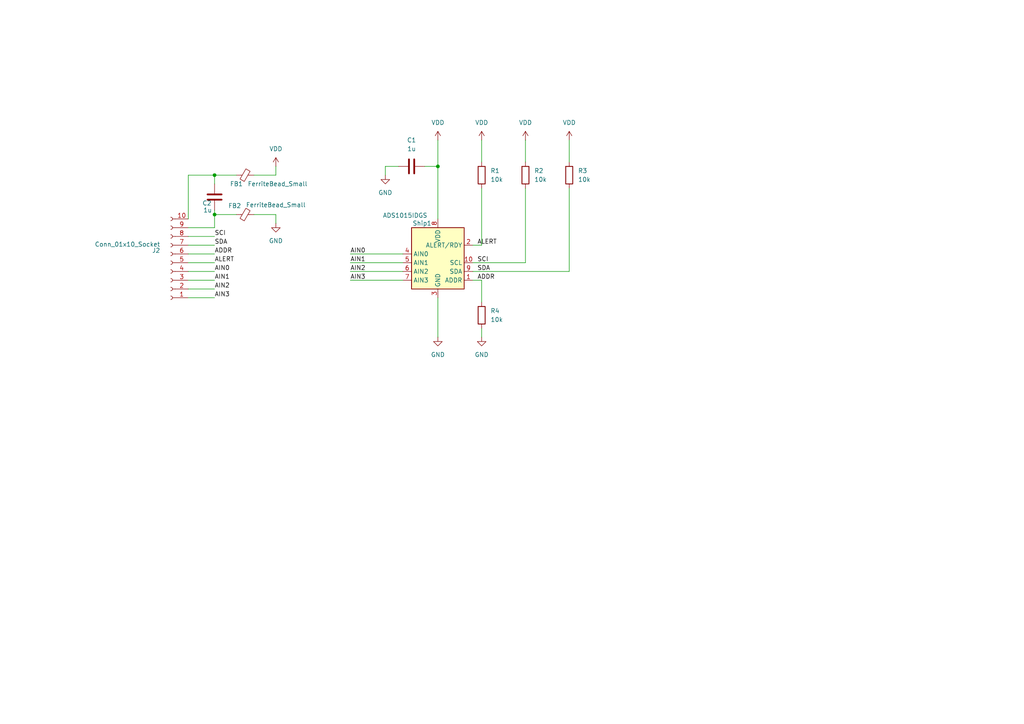
<source format=kicad_sch>
(kicad_sch (version 20231120) (generator "eeschema") (generator_version "8.0")
  (paper "A4")
  (lib_symbols
    (symbol "Analog_ADC:ADS1015IDGS"
      (property "Reference" "U" (at 2.54 13.97 0))
      (property "Value" "ADS1015IDGS" (at 7.62 11.43 0))
      (symbol "ADS1015IDGS_0_1"
        (rectangle (start -7.62 10.16) (end 7.62 -7.62) (stroke (width 0.254)) (fill (type background)))
      )
      (symbol "ADS1015IDGS_1_1"
        (pin input line (at 10.16 -5.08 180) (length 2.54) (name "ADDR") (number "1"))
        (pin input line (at 10.16 0 180) (length 2.54) (name "SCL") (number "10"))
        (pin output line (at 10.16 5.08 180) (length 2.54) (name "ALERT/RDY") (number "2"))
        (pin power_in line (at 0 -10.16 90) (length 2.54) (name "GND") (number "3"))
        (pin input line (at -10.16 2.54 0) (length 2.54) (name "AIN0") (number "4"))
        (pin input line (at -10.16 0 0) (length 2.54) (name "AIN1") (number "5"))
        (pin input line (at -10.16 -2.54 0) (length 2.54) (name "AIN2") (number "6"))
        (pin input line (at -10.16 -5.08 0) (length 2.54) (name "AIN3") (number "7"))
        (pin power_in line (at 0 12.7 270) (length 2.54) (name "VDD") (number "8"))
        (pin bidirectional line (at 10.16 -2.54 180) (length 2.54) (name "SDA") (number "9"))
      )
    )
    (symbol "Connector:Conn_01x10_Socket" (pin_names (offset 1.016) hide)
      (property "Reference" "J" (at 0 12.7 0))
      (property "Value" "Conn_01x10_Socket" (at 0 -15.24 0))
      (symbol "Conn_01x10_Socket_1_1"
        (arc (start 0 -12.192) (mid -0.5058 -12.7) (end 0 -13.208) (stroke (width 0.1524)))
        (arc (start 0 -9.652) (mid -0.5058 -10.16) (end 0 -10.668) (stroke (width 0.1524)))
        (arc (start 0 -7.112) (mid -0.5058 -7.62) (end 0 -8.128) (stroke (width 0.1524)))
        (arc (start 0 -4.572) (mid -0.5058 -5.08) (end 0 -5.588) (stroke (width 0.1524)))
        (arc (start 0 -2.032) (mid -0.5058 -2.54) (end 0 -3.048) (stroke (width 0.1524)))
        (polyline (pts (xy -1.27 -12.7) (xy -0.508 -12.7)) (stroke (width 0.1524)))
        (polyline (pts (xy -1.27 -10.16) (xy -0.508 -10.16)) (stroke (width 0.1524)))
        (polyline (pts (xy -1.27 -7.62) (xy -0.508 -7.62)) (stroke (width 0.1524)))
        (polyline (pts (xy -1.27 -5.08) (xy -0.508 -5.08)) (stroke (width 0.1524)))
        (polyline (pts (xy -1.27 -2.54) (xy -0.508 -2.54)) (stroke (width 0.1524)))
        (polyline (pts (xy -1.27 0) (xy -0.508 0)) (stroke (width 0.1524)))
        (polyline (pts (xy -1.27 2.54) (xy -0.508 2.54)) (stroke (width 0.1524)))
        (polyline (pts (xy -1.27 5.08) (xy -0.508 5.08)) (stroke (width 0.1524)))
        (polyline (pts (xy -1.27 7.62) (xy -0.508 7.62)) (stroke (width 0.1524)))
        (polyline (pts (xy -1.27 10.16) (xy -0.508 10.16)) (stroke (width 0.1524)))
        (arc (start 0 0.508) (mid -0.5058 0) (end 0 -0.508) (stroke (width 0.1524)))
        (arc (start 0 3.048) (mid -0.5058 2.54) (end 0 2.032) (stroke (width 0.1524)))
        (arc (start 0 5.588) (mid -0.5058 5.08) (end 0 4.572) (stroke (width 0.1524)))
        (arc (start 0 8.128) (mid -0.5058 7.62) (end 0 7.112) (stroke (width 0.1524)))
        (arc (start 0 10.668) (mid -0.5058 10.16) (end 0 9.652) (stroke (width 0.1524)))
        (pin passive line (at -5.08 10.16 0) (length 3.81) (name "Pin_1") (number "1"))
        (pin passive line (at -5.08 -12.7 0) (length 3.81) (name "Pin_10") (number "10"))
        (pin passive line (at -5.08 7.62 0) (length 3.81) (name "Pin_2") (number "2"))
        (pin passive line (at -5.08 5.08 0) (length 3.81) (name "Pin_3") (number "3"))
        (pin passive line (at -5.08 2.54 0) (length 3.81) (name "Pin_4") (number "4"))
        (pin passive line (at -5.08 0 0) (length 3.81) (name "Pin_5") (number "5"))
        (pin passive line (at -5.08 -2.54 0) (length 3.81) (name "Pin_6") (number "6"))
        (pin passive line (at -5.08 -5.08 0) (length 3.81) (name "Pin_7") (number "7"))
        (pin passive line (at -5.08 -7.62 0) (length 3.81) (name "Pin_8") (number "8"))
        (pin passive line (at -5.08 -10.16 0) (length 3.81) (name "Pin_9") (number "9"))
      )
    )
    (symbol "Device:C" (pin_numbers hide) (pin_names (offset 0.254))
      (property "Reference" "C" (at 0.635 2.54 0))
      (property "Value" "C" (at 0.635 -2.54 0))
      (symbol "C_0_1"
        (polyline (pts (xy -2.032 -0.762) (xy 2.032 -0.762)) (stroke (width 0.508)))
        (polyline (pts (xy -2.032 0.762) (xy 2.032 0.762)) (stroke (width 0.508)))
      )
      (symbol "C_1_1"
        (pin passive line (at 0 3.81 270) (length 2.794) (name "~") (number "1"))
        (pin passive line (at 0 -3.81 90) (length 2.794) (name "~") (number "2"))
      )
    )
    (symbol "Device:FerriteBead_Small" (pin_numbers hide) (pin_names (offset 0))
      (property "Reference" "FB" (at 1.905 1.27 0))
      (property "Value" "FerriteBead_Small" (at 1.905 -1.27 0))
      (symbol "FerriteBead_Small_0_1"
        (polyline (pts (xy 0 -1.27) (xy 0 -0.7874)))
        (polyline (pts (xy 0 0.889) (xy 0 1.2954)))
        (polyline (pts (xy -1.8288 0.2794) (xy -1.1176 1.4986) (xy 1.8288 -0.2032) (xy 1.1176 -1.4224) (xy -1.8288 0.2794)))
      )
      (symbol "FerriteBead_Small_1_1"
        (pin passive line (at 0 2.54 270) (length 1.27) (name "~") (number "1"))
        (pin passive line (at 0 -2.54 90) (length 1.27) (name "~") (number "2"))
      )
    )
    (symbol "Device:R" (pin_numbers hide) (pin_names (offset 0))
      (property "Reference" "R" (at 2.032 0 90))
      (property "Value" "R" (at 0 0 90))
      (symbol "R_0_1"
        (rectangle (start -1.016 -2.54) (end 1.016 2.54) (stroke (width 0.254)))
      )
      (symbol "R_1_1"
        (pin passive line (at 0 3.81 270) (length 1.27) (name "~") (number "1"))
        (pin passive line (at 0 -3.81 90) (length 1.27) (name "~") (number "2"))
      )
    )
    (symbol "power:GND" (power) (pin_numbers hide) (pin_names (offset 0) hide)
      (property "Value" "GND" (at 0 -3.81 0))
      (symbol "GND_0_1"
        (polyline (pts (xy 0 0) (xy 0 -1.27) (xy 1.27 -1.27) (xy 0 -2.54) (xy -1.27 -1.27) (xy 0 -1.27)))
      )
      (symbol "GND_1_1"
        (pin power_in line (at 0 0 270) (length 0) (name "~") (number "1"))
      )
    )
    (symbol "power:VDD" (power) (pin_numbers hide) (pin_names (offset 0) hide)
      (property "Value" "VDD" (at 0 3.556 0))
      (symbol "VDD_0_1"
        (polyline (pts (xy -0.762 1.27) (xy 0 2.54)))
        (polyline (pts (xy 0 0) (xy 0 2.54)))
        (polyline (pts (xy 0 2.54) (xy 0.762 1.27)))
      )
      (symbol "VDD_1_1"
        (pin power_in line (at 0 0 90) (length 0) (name "~") (number "1"))
      )
    )
  )
  (junction (at 127 48.26))
  (junction (at 62.23 62.23))
  (junction (at 62.23 50.8))
  (wire (pts (xy 111.76 48.26) (xy 111.76 50.8)))
  (wire (pts (xy 137.16 71.12) (xy 139.7 71.12)))
  (wire (pts (xy 73.66 50.8) (xy 80.01 50.8)))
  (wire (pts (xy 54.61 68.58) (xy 62.23 68.58)))
  (wire (pts (xy 152.4 76.2) (xy 152.4 54.61)))
  (wire (pts (xy 127 48.26) (xy 127 63.5)))
  (wire (pts (xy 54.61 71.12) (xy 62.23 71.12)))
  (wire (pts (xy 139.7 95.25) (xy 139.7 97.79)))
  (wire (pts (xy 101.6 78.74) (xy 116.84 78.74)))
  (wire (pts (xy 54.61 78.74) (xy 62.23 78.74)))
  (wire (pts (xy 137.16 81.28) (xy 139.7 81.28)))
  (wire (pts (xy 115.57 48.26) (xy 111.76 48.26)))
  (wire (pts (xy 54.61 83.82) (xy 62.23 83.82)))
  (wire (pts (xy 101.6 73.66) (xy 116.84 73.66)))
  (wire (pts (xy 139.7 40.64) (xy 139.7 46.99)))
  (wire (pts (xy 139.7 81.28) (xy 139.7 87.63)))
  (wire (pts (xy 54.61 81.28) (xy 62.23 81.28)))
  (wire (pts (xy 139.7 71.12) (xy 139.7 54.61)))
  (wire (pts (xy 54.61 50.8) (xy 62.23 50.8)))
  (wire (pts (xy 62.23 62.23) (xy 68.58 62.23)))
  (wire (pts (xy 54.61 76.2) (xy 62.23 76.2)))
  (wire (pts (xy 54.61 73.66) (xy 62.23 73.66)))
  (wire (pts (xy 62.23 50.8) (xy 68.58 50.8)))
  (wire (pts (xy 54.61 86.36) (xy 62.23 86.36)))
  (wire (pts (xy 127 40.64) (xy 127 48.26)))
  (wire (pts (xy 165.1 78.74) (xy 165.1 54.61)))
  (wire (pts (xy 62.23 50.8) (xy 62.23 53.34)))
  (wire (pts (xy 137.16 76.2) (xy 152.4 76.2)))
  (wire (pts (xy 101.6 76.2) (xy 116.84 76.2)))
  (wire (pts (xy 101.6 81.28) (xy 116.84 81.28)))
  (wire (pts (xy 123.19 48.26) (xy 127 48.26)))
  (wire (pts (xy 62.23 66.04) (xy 62.23 62.23)))
  (wire (pts (xy 152.4 40.64) (xy 152.4 46.99)))
  (wire (pts (xy 54.61 66.04) (xy 62.23 66.04)))
  (wire (pts (xy 127 86.36) (xy 127 97.79)))
  (wire (pts (xy 73.66 62.23) (xy 80.01 62.23)))
  (wire (pts (xy 80.01 62.23) (xy 80.01 64.77)))
  (wire (pts (xy 80.01 50.8) (xy 80.01 48.26)))
  (wire (pts (xy 62.23 60.96) (xy 62.23 62.23)))
  (wire (pts (xy 137.16 78.74) (xy 165.1 78.74)))
  (wire (pts (xy 165.1 40.64) (xy 165.1 46.99)))
  (wire (pts (xy 54.61 63.5) (xy 54.61 50.8)))
  (label "SDA" (at 138.43 78.74 0))
  (label "ALERT" (at 138.43 71.12 0))
  (label "ALERT" (at 62.23 76.2 0))
  (label "AIN2" (at 62.23 83.82 0))
  (label "AIN3" (at 101.6 81.28 0))
  (label "SDA" (at 62.23 71.12 0))
  (label "ADDR" (at 62.23 73.66 0))
  (label "AIN2" (at 101.6 78.74 0))
  (label "AIN0" (at 101.6 73.66 0))
  (label "SCI" (at 138.43 76.2 0))
  (label "AIN1" (at 101.6 76.2 0))
  (label "SCI" (at 62.23 68.58 0))
  (label "ADDR" (at 138.43 81.28 0))
  (label "AIN0" (at 62.23 78.74 0))
  (label "AIN3" (at 62.23 86.36 0))
  (label "AIN1" (at 62.23 81.28 0))
  (symbol (lib_id "power:GND") (at 111.76 50.8 0) (unit 1)
    (property "Reference" "#PWR05" (effects (hide yes)))
    (property "Value" "GND" (at 111.76 55.88 0))
    (property "Description" "Power symbol creates a global label with name \"GND\" , ground" (effects (hide yes)))
  )
  (symbol (lib_id "Device:C") (at 62.23 57.15 180) (unit 1)
    (property "Reference" "C2" (at 58.674 58.928 0) (effects (justify right)))
    (property "Value" "1u" (at 58.928 60.96 0) (effects (justify right)))
    (property "Footprint" "Capacitor_Tantalum_SMD:CP_EIA-1608-10_AVX-L" (effects (hide yes)))
    (property "Description" "Unpolarized capacitor" (effects (hide yes)))
  )
  (symbol (lib_id "Analog_ADC:ADS1015IDGS") (at 127 76.2 0) (unit 1)
    (property "Reference" "Ship1" (at 119.634 64.77 0) (effects (justify left)))
    (property "Value" "ADS1015IDGS" (at 110.998 62.484 0) (effects (justify left)))
    (property "Footprint" "Package_SO:TSSOP-10_3x3mm_P0.5mm" (effects (hide yes)))
    (property "Datasheet" "http://www.ti.com/lit/ds/symlink/ads1015.pdf" (effects (hide yes)))
    (property "Description" "Ultra-Small, Low-Power, I2C-Compatible, 3.3-kSPS, 12-Bit ADCs With Internal Reference, Oscillator, and Programmable Comparator, VSSOP-10" (effects (hide yes)))
  )
  (symbol (lib_id "Device:C") (at 119.38 48.26 90) (unit 1)
    (property "Reference" "C1" (at 119.38 40.64 90))
    (property "Value" "1u" (at 119.38 43.18 90))
    (property "Footprint" "Capacitor_Tantalum_SMD:CP_EIA-1608-10_AVX-L" (effects (hide yes)))
    (property "Description" "Unpolarized capacitor" (effects (hide yes)))
  )
  (symbol (lib_id "power:GND") (at 127 97.79 0) (unit 1)
    (property "Reference" "#PWR06" (effects (hide yes)))
    (property "Value" "GND" (at 127 102.87 0))
    (property "Description" "Power symbol creates a global label with name \"GND\" , ground" (effects (hide yes)))
  )
  (symbol (lib_id "power:VDD") (at 152.4 40.64 0) (unit 1)
    (property "Reference" "#PWR03" (effects (hide yes)))
    (property "Value" "VDD" (at 152.4 35.56 0))
    (property "Description" "Power symbol creates a global label with name \"VDD\"" (effects (hide yes)))
  )
  (symbol (lib_id "power:VDD") (at 139.7 40.64 0) (unit 1)
    (property "Reference" "#PWR02" (effects (hide yes)))
    (property "Value" "VDD" (at 139.7 35.56 0))
    (property "Description" "Power symbol creates a global label with name \"VDD\"" (effects (hide yes)))
  )
  (symbol (lib_id "Device:R") (at 139.7 91.44 0) (unit 1)
    (property "Reference" "R4" (at 142.24 90.1699 0) (effects (justify left)))
    (property "Value" "10k" (at 142.24 92.7099 0) (effects (justify left)))
    (property "Footprint" "Resistor_SMD:R_0402_1005Metric" (effects (hide yes)))
    (property "Description" "Resistor" (effects (hide yes)))
  )
  (symbol (lib_id "power:GND") (at 139.7 97.79 0) (unit 1)
    (property "Reference" "#PWR07" (effects (hide yes)))
    (property "Value" "GND" (at 139.7 102.87 0))
    (property "Description" "Power symbol creates a global label with name \"GND\" , ground" (effects (hide yes)))
  )
  (symbol (lib_id "power:VDD") (at 80.01 48.26 0) (unit 1)
    (property "Reference" "#PWR08" (effects (hide yes)))
    (property "Value" "VDD" (at 80.01 43.18 0))
    (property "Description" "Power symbol creates a global label with name \"VDD\"" (effects (hide yes)))
  )
  (symbol (lib_id "Device:FerriteBead_Small") (at 71.12 50.8 90) (unit 1)
    (property "Reference" "FB1" (at 68.58 53.34 90))
    (property "Value" "FerriteBead_Small" (at 80.518 53.34 90))
    (property "Footprint" "Inductor_SMD:L_Murata_LQH2MCNxxxx02_2.0x1.6mm" (effects (hide yes)))
    (property "Description" "Ferrite bead, small symbol" (effects (hide yes)))
  )
  (symbol (lib_id "Connector:Conn_01x10_Socket") (at 49.53 76.2 180) (unit 1)
    (property "Reference" "J2" (at 46.482 72.644 0) (effects (justify left)))
    (property "Value" "Conn_01x10_Socket" (at 46.482 70.866 0) (effects (justify left)))
    (property "Footprint" "Connector_PinSocket_2.54mm:PinSocket_1x10_P2.54mm_Vertical" (effects (hide yes)))
    (property "Description" "Generic connector, single row, 01x10, script generated" (effects (hide yes)))
  )
  (symbol (lib_id "power:VDD") (at 127 40.64 0) (unit 1)
    (property "Reference" "#PWR01" (effects (hide yes)))
    (property "Value" "VDD" (at 127 35.56 0))
    (property "Description" "Power symbol creates a global label with name \"VDD\"" (effects (hide yes)))
  )
  (symbol (lib_id "Device:R") (at 152.4 50.8 0) (unit 1)
    (property "Reference" "R2" (at 154.94 49.5299 0) (effects (justify left)))
    (property "Value" "10k" (at 154.94 52.0699 0) (effects (justify left)))
    (property "Footprint" "Resistor_SMD:R_0402_1005Metric" (effects (hide yes)))
    (property "Description" "Resistor" (effects (hide yes)))
  )
  (symbol (lib_id "power:GND") (at 80.01 64.77 0) (unit 1)
    (property "Reference" "#PWR09" (effects (hide yes)))
    (property "Value" "GND" (at 80.01 69.85 0))
    (property "Description" "Power symbol creates a global label with name \"GND\" , ground" (effects (hide yes)))
  )
  (symbol (lib_id "power:VDD") (at 165.1 40.64 0) (unit 1)
    (property "Reference" "#PWR04" (effects (hide yes)))
    (property "Value" "VDD" (at 165.1 35.56 0))
    (property "Description" "Power symbol creates a global label with name \"VDD\"" (effects (hide yes)))
  )
  (symbol (lib_id "Device:R") (at 165.1 50.8 0) (unit 1)
    (property "Reference" "R3" (at 167.64 49.5299 0) (effects (justify left)))
    (property "Value" "10k" (at 167.64 52.0699 0) (effects (justify left)))
    (property "Footprint" "Resistor_SMD:R_0402_1005Metric" (effects (hide yes)))
    (property "Description" "Resistor" (effects (hide yes)))
  )
  (symbol (lib_id "Device:FerriteBead_Small") (at 71.12 62.23 90) (unit 1)
    (property "Reference" "FB2" (at 68.072 59.69 90))
    (property "Value" "FerriteBead_Small" (at 80.01 59.436 90))
    (property "Footprint" "Inductor_SMD:L_Murata_LQH2MCNxxxx02_2.0x1.6mm" (effects (hide yes)))
    (property "Description" "Ferrite bead, small symbol" (effects (hide yes)))
  )
  (symbol (lib_id "Device:R") (at 139.7 50.8 0) (unit 1)
    (property "Reference" "R1" (at 142.24 49.5299 0) (effects (justify left)))
    (property "Value" "10k" (at 142.24 52.0699 0) (effects (justify left)))
    (property "Footprint" "Resistor_SMD:R_0402_1005Metric" (effects (hide yes)))
    (property "Description" "Resistor" (effects (hide yes)))
  )
)
</source>
